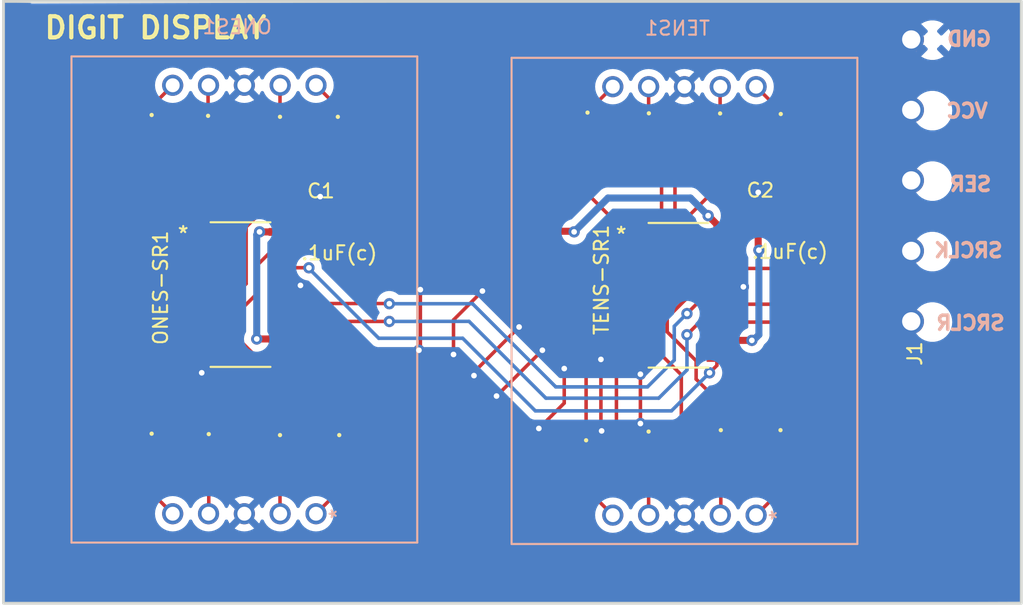
<source format=kicad_pcb>
(kicad_pcb (version 20221018) (generator pcbnew)
  (layers (0 "F.Cu" signal) (31 "B.Cu" signal) (34 "B.Paste" user) (35 "F.Paste" user) (36 "B.SilkS" user "B.Silkscreen") (37 "F.SilkS" user "F.Silkscreen") (38 "B.Mask" user) (39 "F.Mask" user) (44 "Edge.Cuts" user))
  (net 0 "")
  (net 1 "/O6")
  (net 2 "/O4")
  (net 3 "/O2")
  (net 4 "/O1")
  (net 5 "/O9")
  (net 6 "/O10")
  (net 7 "/O5")
  (net 8 "/O7")
  (net 9 "/T1")
  (net 10 "Net-(ONES1-Pad1)")
  (net 11 "Net-(ONES1-Pad2)")
  (net 12 "Net-(ONES1-Pad4)")
  (net 13 "Net-(ONES1-Pad5)")
  (net 14 "Net-(ONES1-Pad6)")
  (net 15 "Net-(ONES1-Pad7)")
  (net 16 "Net-(ONES1-Pad9)")
  (net 17 "Net-(ONES1-Pad10)")
  (net 19 "/T2")
  (net 20 "/T4")
  (net 21 "/T5")
  (net 22 "/T10")
  (net 23 "/T9")
  (net 24 "/T7")
  (net 25 "/T6")
  (net 26 "/VCC")
  (net 27 "/SRCLK")
  (net 28 "/RCLK")
  (net 29 "/SER")
  (net 30 "/QH")
  (net 31 "Net-(R9-Pad2)")
  (net 32 "Net-(R10-Pad2)")
  (net 33 "Net-(R11-Pad2)")
  (net 34 "Net-(R12-Pad2)")
  (net 35 "Net-(R13-Pad1)")
  (net 36 "Net-(R14-Pad1)")
  (net 37 "Net-(R15-Pad1)")
  (net 38 "Net-(R16-Pad1)")
  (net 39 "/GND")
  (footprint "pPSI:100ohm resistor" (layer "F.Cu") (at 39.25 22.4 -90)
    (fp_text reference "R6" hide)
    (fp_text value "100ohm-Resistor" hide)
    (fp_circle (center -1.8613 0) (end -1.7851 0) (stroke (width 0.1524)) (fill none) (layer "F.SilkS"))
    (pad "1" smd rect (at -0.6195 0 270) (size 0.8072 2.1082) (layers "F.Cu" "F.Paste" "F.Mask") (net 16 "Net-(ONES1-Pad9)"))
    (pad "2" smd rect (at 0.6195 0 270) (size 0.8072 2.1082) (layers "F.Cu" "F.Paste" "F.Mask") (net 5 "/O9"))
  )
  (footprint "pPSI:100ohm resistor" (layer "F.Cu") (at 70.5 44.6305 -90)
    (fp_text reference "R10" hide)
    (fp_text value "100ohm-Resistor" hide)
    (fp_circle (center -1.8613 0) (end -1.7851 0) (stroke (width 0.1524)) (fill none) (layer "F.SilkS"))
    (pad "1" smd rect (at -0.6195 0 270) (size 0.8072 2.1082) (layers "F.Cu" "F.Paste" "F.Mask") (net 21 "/T5"))
    (pad "2" smd rect (at 0.6195 0 270) (size 0.8072 2.1082) (layers "F.Cu" "F.Paste" "F.Mask") (net 32 "Net-(R10-Pad2)"))
  )
  (footprint "pPSI:100ohm resistor" (layer "F.Cu") (at 34.15 22.3302 -90)
    (fp_text reference "R7" hide)
    (fp_text value "100ohm-Resistor" hide)
    (fp_circle (center -1.8613 0) (end -1.7851 0) (stroke (width 0.1524)) (fill none) (layer "F.SilkS"))
    (pad "1" smd rect (at -0.6195 0 270) (size 0.8072 2.1082) (layers "F.Cu" "F.Paste" "F.Mask") (net 15 "Net-(ONES1-Pad7)"))
    (pad "2" smd rect (at 0.6195 0 270) (size 0.8072 2.1082) (layers "F.Cu" "F.Paste" "F.Mask") (net 4 "/O1"))
  )
  (footprint "pPSI:100ohm resistor" (layer "F.Cu") (at 34.2 44.9107 -90)
    (fp_text reference "R3" hide)
    (fp_text value "100ohm-Resistor" hide)
    (fp_circle (center -1.8613 0) (end -1.7851 0) (stroke (width 0.1524)) (fill none) (layer "F.SilkS"))
    (pad "1" smd rect (at -0.6195 0 270) (size 0.8072 2.1082) (layers "F.Cu" "F.Paste" "F.Mask") (net 3 "/O2"))
    (pad "2" smd rect (at 0.6195 0 270) (size 0.8072 2.1082) (layers "F.Cu" "F.Paste" "F.Mask") (net 12 "Net-(ONES1-Pad4)"))
  )
  (footprint "pPSI:100ohm resistor" (layer "F.Cu") (at 30.15 22.2695 -90)
    (fp_text reference "R8" hide)
    (fp_text value "100ohm-Resistor" hide)
    (fp_circle (center -1.8613 0) (end -1.7851 0) (stroke (width 0.1524)) (fill none) (layer "F.SilkS"))
    (pad "1" smd rect (at -0.6195 0 270) (size 0.8072 2.1082) (layers "F.Cu" "F.Paste" "F.Mask") (net 14 "Net-(ONES1-Pad6)"))
    (pad "2" smd rect (at 0.6195 0 270) (size 0.8072 2.1082) (layers "F.Cu" "F.Paste" "F.Mask") (net 1 "/O6"))
  )
  (footprint "pPSI:100ohm resistor" (layer "F.Cu") (at 60.95 45.35 -90)
    (fp_text reference "R12" hide)
    (fp_text value "100ohm-Resistor" hide)
    (fp_circle (center -1.8613 0) (end -1.7851 0) (stroke (width 0.1524)) (fill none) (layer "F.SilkS"))
    (pad "1" smd rect (at -0.6195 0 270) (size 0.8072 2.1082) (layers "F.Cu" "F.Paste" "F.Mask") (net 20 "/T4"))
    (pad "2" smd rect (at 0.6195 0 270) (size 0.8072 2.1082) (layers "F.Cu" "F.Paste" "F.Mask") (net 34 "Net-(R12-Pad2)"))
  )
  (footprint "pPSI:5 pin header" (layer "F.Cu") (at 84 35.05 90)
    (fp_text reference "J1" (at -2.286 0.254 90 unlocked) (layer "F.SilkS"))
    (fp_text value "5-pin-header" hide)
    (pad "1" thru_hole circle (at 0 0 90) (size 1.8034 1.8034) (drill 1.2954) (layers "*.Cu" "*.Mask") (net 27 "/SRCLK"))
    (pad "2" thru_hole circle (at 5 0 90) (size 1.8034 1.8034) (drill 1.2954) (layers "*.Cu" "*.Mask") (net 28 "/RCLK"))
    (pad "3" thru_hole circle (at 10 0 90) (size 1.8034 1.8034) (drill 1.2954) (layers "*.Cu" "*.Mask") (net 29 "/SER"))
    (pad "4" thru_hole circle (at 15 0 90) (size 1.8034 1.8034) (drill 1.2954) (layers "*.Cu" "*.Mask") (net 26 "/VCC"))
    (pad "5" thru_hole circle (at 20 0 90) (size 1.8034 1.8034) (drill 1.2954) (layers "*.Cu" "*.Mask") (net 39 "/GND"))
  )
  (footprint "pPSI:100ohm resistor" (layer "F.Cu") (at 61.05 22.1 -90)
    (fp_text reference "R16" hide)
    (fp_text value "100ohm-Resistor" hide)
    (fp_circle (center -1.8613 0) (end -1.7851 0) (stroke (width 0.1524)) (fill none) (layer "F.SilkS"))
    (pad "1" smd rect (at -0.6195 0 270) (size 0.8072 2.1082) (layers "F.Cu" "F.Paste" "F.Mask") (net 38 "Net-(R16-Pad1)"))
    (pad "2" smd rect (at 0.6195 0 270) (size 0.8072 2.1082) (layers "F.Cu" "F.Paste" "F.Mask") (net 25 "/T6"))
  )
  (footprint "pPSI:100ohm resistor" (layer "F.Cu") (at 70.45 22.1607 -90)
    (fp_text reference "R14" hide)
    (fp_text value "100ohm-Resistor" hide)
    (fp_circle (center -1.8613 0) (end -1.7851 0) (stroke (width 0.1524)) (fill none) (layer "F.SilkS"))
    (pad "1" smd rect (at -0.6195 0 270) (size 0.8072 2.1082) (layers "F.Cu" "F.Paste" "F.Mask") (net 36 "Net-(R14-Pad1)"))
    (pad "2" smd rect (at 0.6195 0 270) (size 0.8072 2.1082) (layers "F.Cu" "F.Paste" "F.Mask") (net 23 "/T9"))
  )
  (footprint "pPSI:100ohm resistor" (layer "F.Cu") (at 43.45 44.9805 -90)
    (fp_text reference "R1" hide)
    (fp_text value "100ohm-Resistor" hide)
    (fp_circle (center -1.8613 0) (end -1.7851 0) (stroke (width 0.1524)) (fill none) (layer "F.SilkS"))
    (pad "1" smd rect (at -0.6195 0 270) (size 0.8072 2.1082) (layers "F.Cu" "F.Paste" "F.Mask") (net 8 "/O7"))
    (pad "2" smd rect (at 0.6195 0 270) (size 0.8072 2.1082) (layers "F.Cu" "F.Paste" "F.Mask") (net 10 "Net-(ONES1-Pad1)"))
  )
  (footprint "pPSI:.1uF ceramic capacitor" (layer "F.Cu") (at 73.15 27.8 90)
    (fp_text reference "C2" (at 2.05 0.15 180) (layer "F.SilkS"))
    (fp_text value ".1uF(c)" (at -2.3 2.25 180) (layer "F.SilkS"))
    (pad "1" smd rect (at -0.6068 0 90) (size 0.731 2.0066) (layers "F.Cu" "F.Paste" "F.Mask") (net 26 "/VCC"))
    (pad "2" smd rect (at 0.6068 0 90) (size 0.731 2.0066) (layers "F.Cu" "F.Paste" "F.Mask") (net 39 "/GND"))
  )
  (footprint "pPSI:8 bit shift register" (layer "F.Cu") (at 36.45 33.15)
    (fp_text reference "ONES-SR1" (at -5.6642 -0.4826 90) (layer "F.SilkS"))
    (fp_text value "8bit-Shift-Register" hide)
    (fp_text user "*" (at -4.064 -4.318) (layer "F.SilkS"))
    (fp_line (start -2.1209 5.1308) (end 2.1209 5.1308) (stroke (width 0.1524)) (layer "F.SilkS"))
    (fp_line (start 2.1209 -5.1308) (end -2.1209 -5.1308) (stroke (width 0.1524)) (layer "F.SilkS"))
    (pad "1" smd rect (at -2.721348 -4.445) (size 1.454899 0.558) (layers "F.Cu" "F.Paste" "F.Mask") (net 1 "/O6"))
    (pad "2" smd rect (at -2.721348 -3.175) (size 1.454899 0.558) (layers "F.Cu" "F.Paste" "F.Mask") (net 2 "/O4"))
    (pad "3" smd rect (at -2.721348 -1.905) (size 1.454899 0.558) (layers "F.Cu" "F.Paste" "F.Mask") (net 3 "/O2"))
    (pad "4" smd rect (at -2.721348 -0.635) (size 1.454899 0.558) (layers "F.Cu" "F.Paste" "F.Mask") (net 4 "/O1"))
    (pad "5" smd rect (at -2.721348 0.635) (size 1.454899 0.558) (layers "F.Cu" "F.Paste" "F.Mask") (net 5 "/O9"))
    (pad "6" smd rect (at -2.721348 1.905) (size 1.454899 0.558) (layers "F.Cu" "F.Paste" "F.Mask") (net 6 "/O10"))
    (pad "7" smd rect (at -2.721348 3.175) (size 1.454899 0.558) (layers "F.Cu" "F.Paste" "F.Mask") (net 7 "/O5"))
    (pad "8" smd rect (at -2.721348 4.445) (size 1.454899 0.558) (layers "F.Cu" "F.Paste" "F.Mask") (net 39 "/GND"))
    (pad "9" smd rect (at 2.721348 4.445) (size 1.454899 0.558) (layers "F.Cu" "F.Paste" "F.Mask"))
    (pad "10" smd rect (at 2.721348 3.175) (size 1.454899 0.558) (layers "F.Cu" "F.Paste" "F.Mask") (net 26 "/VCC"))
    (pad "11" smd rect (at 2.721348 1.905) (size 1.454899 0.558) (layers "F.Cu" "F.Paste" "F.Mask") (net 27 "/SRCLK"))
    (pad "12" smd rect (at 2.721348 0.635) (size 1.454899 0.558) (layers "F.Cu" "F.Paste" "F.Mask") (net 28 "/RCLK"))
    (pad "13" smd rect (at 2.721348 -0.635) (size 1.454899 0.558) (layers "F.Cu" "F.Paste" "F.Mask") (net 39 "/GND"))
    (pad "14" smd rect (at 2.721348 -1.905) (size 1.454899 0.558) (layers "F.Cu" "F.Paste" "F.Mask") (net 30 "/QH"))
    (pad "15" smd rect (at 2.721348 -3.175) (size 1.454899 0.558) (layers "F.Cu" "F.Paste" "F.Mask") (net 8 "/O7"))
    (pad "16" smd rect (at 2.721348 -4.445) (size 1.454899 0.558) (layers "F.Cu" "F.Paste" "F.Mask") (net 26 "/VCC"))
  )
  (footprint "pPSI:100ohm resistor" (layer "F.Cu") (at 39.25 44.9805 -90)
    (fp_text reference "R2" hide)
    (fp_text value "100ohm-Resistor" hide)
    (fp_circle (center -1.8613 0) (end -1.7851 0) (stroke (width 0.1524)) (fill none) (layer "F.SilkS"))
    (pad "1" smd rect (at -0.6195 0 270) (size 0.8072 2.1082) (layers "F.Cu" "F.Paste" "F.Mask") (net 7 "/O5"))
    (pad "2" smd rect (at 0.6195 0 270) (size 0.8072 2.1082) (layers "F.Cu" "F.Paste" "F.Mask") (net 11 "Net-(ONES1-Pad2)"))
  )
  (footprint "pPSI:100ohm resistor" (layer "F.Cu") (at 30.15 44.8805 -90)
    (fp_text reference "R4" hide)
    (fp_text value "100ohm-Resistor" hide)
    (fp_circle (center -1.8613 0) (end -1.7851 0) (stroke (width 0.1524)) (fill none) (layer "F.SilkS"))
    (pad "1" smd rect (at -0.6195 0 270) (size 0.8072 2.1082) (layers "F.Cu" "F.Paste" "F.Mask") (net 2 "/O4"))
    (pad "2" smd rect (at 0.6195 0 270) (size 0.8072 2.1082) (layers "F.Cu" "F.Paste" "F.Mask") (net 13 "Net-(ONES1-Pad5)"))
  )
  (footprint "pPSI:100ohm resistor" (layer "F.Cu") (at 74.7314 44.6305 -90)
    (fp_text reference "R9" hide)
    (fp_text value "100ohm-Resistor" hide)
    (fp_circle (center -1.8613 0) (end -1.7851 0) (stroke (width 0.1524)) (fill none) (layer "F.SilkS"))
    (pad "1" smd rect (at -0.6195 0 270) (size 0.8072 2.1082) (layers "F.Cu" "F.Paste" "F.Mask") (net 24 "/T7"))
    (pad "2" smd rect (at 0.6195 0 270) (size 0.8072 2.1082) (layers "F.Cu" "F.Paste" "F.Mask") (net 31 "Net-(R9-Pad2)"))
  )
  (footprint "pPSI:100ohm resistor" (layer "F.Cu") (at 65.4 22.15 -90)
    (fp_text reference "R15" hide)
    (fp_text value "100ohm-Resistor" hide)
    (fp_circle (center -1.8613 0) (end -1.7851 0) (stroke (width 0.1524)) (fill none) (layer "F.SilkS"))
    (pad "1" smd rect (at -0.6195 0 270) (size 0.8072 2.1082) (layers "F.Cu" "F.Paste" "F.Mask") (net 37 "Net-(R15-Pad1)"))
    (pad "2" smd rect (at 0.6195 0 270) (size 0.8072 2.1082) (layers "F.Cu" "F.Paste" "F.Mask") (net 9 "/T1"))
  )
  (footprint "pPSI:.1uF ceramic capacitor" (layer "F.Cu") (at 42.15 28.05 90)
    (fp_text reference "C1" (at 2.25 0 180) (layer "F.SilkS"))
    (fp_text value ".1uF(c)" (at -2.15 1.3 180) (layer "F.SilkS"))
    (pad "1" smd rect (at -0.6068 0 90) (size 0.731 2.0066) (layers "F.Cu" "F.Paste" "F.Mask") (net 26 "/VCC"))
    (pad "2" smd rect (at 0.6068 0 90) (size 0.731 2.0066) (layers "F.Cu" "F.Paste" "F.Mask") (net 39 "/GND"))
  )
  (footprint "pPSI:100ohm resistor" (layer "F.Cu") (at 65.3814 44.7305 -90)
    (fp_text reference "R11" hide)
    (fp_text value "100ohm-Resistor" hide)
    (fp_circle (center -1.8613 0) (end -1.7851 0) (stroke (width 0.1524)) (fill none) (layer "F.SilkS"))
    (pad "1" smd rect (at -0.6195 0 270) (size 0.8072 2.1082) (layers "F.Cu" "F.Paste" "F.Mask") (net 19 "/T2"))
    (pad "2" smd rect (at 0.6195 0 270) (size 0.8072 2.1082) (layers "F.Cu" "F.Paste" "F.Mask") (net 33 "Net-(R11-Pad2)"))
  )
  (footprint "pPSI:100ohm resistor" (layer "F.Cu") (at 43.35 22.4 -90)
    (fp_text reference "R5" hide)
    (fp_text value "100ohm-Resistor" hide)
    (fp_circle (center -1.8613 0) (end -1.7851 0) (stroke (width 0.1524)) (fill none) (layer "F.SilkS"))
    (pad "1" smd rect (at -0.6195 0 270) (size 0.8072 2.1082) (layers "F.Cu" "F.Paste" "F.Mask") (net 17 "Net-(ONES1-Pad10)"))
    (pad "2" smd rect (at 0.6195 0 270) (size 0.8072 2.1082) (layers "F.Cu" "F.Paste" "F.Mask") (net 6 "/O10"))
  )
  (footprint "pPSI:8 bit shift register" (layer "F.Cu") (at 67.5 33.2)
    (fp_text reference "TENS-SR1" (at -5.461 -1.0922 90) (layer "F.SilkS"))
    (fp_text value "8bit-Shift-Register" hide)
    (fp_text user "*" (at -4.064 -4.318) (layer "F.SilkS"))
    (fp_line (start -2.1209 5.1308) (end 2.1209 5.1308) (stroke (width 0.1524)) (layer "F.SilkS"))
    (fp_line (start 2.1209 -5.1308) (end -2.1209 -5.1308) (stroke (width 0.1524)) (layer "F.SilkS"))
    (pad "1" smd rect (at -2.721348 -4.445) (size 1.454899 0.558) (layers "F.Cu" "F.Paste" "F.Mask") (net 25 "/T6"))
    (pad "2" smd rect (at -2.721348 -3.175) (size 1.454899 0.558) (layers "F.Cu" "F.Paste" "F.Mask") (net 20 "/T4"))
    (pad "3" smd rect (at -2.721348 -1.905) (size 1.454899 0.558) (layers "F.Cu" "F.Paste" "F.Mask") (net 19 "/T2"))
    (pad "4" smd rect (at -2.721348 -0.635) (size 1.454899 0.558) (layers "F.Cu" "F.Paste" "F.Mask") (net 9 "/T1"))
    (pad "5" smd rect (at -2.721348 0.635) (size 1.454899 0.558) (layers "F.Cu" "F.Paste" "F.Mask") (net 23 "/T9"))
    (pad "6" smd rect (at -2.721348 1.905) (size 1.454899 0.558) (layers "F.Cu" "F.Paste" "F.Mask") (net 22 "/T10"))
    (pad "7" smd rect (at -2.721348 3.175) (size 1.454899 0.558) (layers "F.Cu" "F.Paste" "F.Mask") (net 21 "/T5"))
    (pad "8" smd rect (at -2.721348 4.445) (size 1.454899 0.558) (layers "F.Cu" "F.Paste" "F.Mask") (net 39 "/GND"))
    (pad "9" smd rect (at 2.721348 4.445) (size 1.454899 0.558) (layers "F.Cu" "F.Paste" "F.Mask") (net 30 "/QH"))
    (pad "10" smd rect (at 2.721348 3.175) (size 1.454899 0.558) (layers "F.Cu" "F.Paste" "F.Mask") (net 26 "/VCC"))
    (pad "11" smd rect (at 2.721348 1.905) (size 1.454899 0.558) (layers "F.Cu" "F.Paste" "F.Mask") (net 27 "/SRCLK"))
    (pad "12" smd rect (at 2.721348 0.635) (size 1.454899 0.558) (layers "F.Cu" "F.Paste" "F.Mask") (net 28 "/RCLK"))
    (pad "13" smd rect (at 2.721348 -0.635) (size 1.454899 0.558) (layers "F.Cu" "F.Paste" "F.Mask") (net 39 "/GND"))
    (pad "14" smd rect (at 2.721348 -1.905) (size 1.454899 0.558) (layers "F.Cu" "F.Paste" "F.Mask") (net 29 "/SER"))
    (pad "15" smd rect (at 2.721348 -3.175) (size 1.454899 0.558) (layers "F.Cu" "F.Paste" "F.Mask") (net 24 "/T7"))
    (pad "16" smd rect (at 2.721348 -4.445) (size 1.454899 0.558) (layers "F.Cu" "F.Paste" "F.Mask") (net 26 "/VCC"))
  )
  (footprint "pPSI:100ohm resistor" (layer "F.Cu") (at 74.75 22.2 -90)
    (fp_text reference "R13" hide)
    (fp_text value "100ohm-Resistor" hide)
    (fp_circle (center -1.8613 0) (end -1.7851 0) (stroke (width 0.1524)) (fill none) (layer "F.SilkS"))
    (pad "1" smd rect (at -0.6195 0 270) (size 0.8072 2.1082) (layers "F.Cu" "F.Paste" "F.Mask") (net 35 "Net-(R13-Pad1)"))
    (pad "2" smd rect (at 0.6195 0 270) (size 0.8072 2.1082) (layers "F.Cu" "F.Paste" "F.Mask") (net 22 "/T10"))
  )
  (footprint "pPSI:7 segment display" (layer "B.Cu") (at 53.4864 29.904 180)
    (fp_text reference "ONES1" (at 17.272 15.748) (layer "B.SilkS") (effects (justify mirror)))
    (fp_text value "7-Segment-Display" hide)
    (fp_text user "*" (at 10.1727 -18.796 90) (layer "B.SilkS") (effects (justify mirror)))
    (fp_line (start 4.5085 -20.842605) (end 29.0195 -20.842605) (stroke (width 0.1524)) (layer "B.SilkS"))
    (fp_line (start 4.5085 13.650595) (end 4.5085 -20.842605) (stroke (width 0.1524)) (layer "B.SilkS"))
    (fp_line (start 29.0195 -20.842605) (end 29.0195 13.650595) (stroke (width 0.1524)) (layer "B.SilkS"))
    (fp_line (start 29.0195 13.650595) (end 4.5085 13.650595) (stroke (width 0.1524)) (layer "B.SilkS"))
    (pad "1" thru_hole circle (at 11.684 -18.796 90) (size 1.4986 1.4986) (drill 0.9906) (layers "*.Cu" "*.Mask") (net 10 "Net-(ONES1-Pad1)"))
    (pad "2" thru_hole circle (at 14.224 -18.796 90) (size 1.4986 1.4986) (drill 0.9906) (layers "*.Cu" "*.Mask") (net 11 "Net-(ONES1-Pad2)"))
    (pad "3" thru_hole circle (at 16.764 -18.796 90) (size 1.4986 1.4986) (drill 0.9906) (layers "*.Cu" "*.Mask") (net 39 "/GND"))
    (pad "4" thru_hole circle (at 19.304 -18.796 90) (size 1.4986 1.4986) (drill 0.9906) (layers "*.Cu" "*.Mask") (net 12 "Net-(ONES1-Pad4)"))
    (pad "5" thru_hole circle (at 21.844 -18.796 90) (size 1.4986 1.4986) (drill 0.9906) (layers "*.Cu" "*.Mask") (net 13 "Net-(ONES1-Pad5)"))
    (pad "6" thru_hole circle (at 21.844 11.60399 90) (size 1.4986 1.4986) (drill 0.9906) (layers "*.Cu" "*.Mask") (net 14 "Net-(ONES1-Pad6)"))
    (pad "7" thru_hole circle (at 19.304 11.60399 90) (size 1.4986 1.4986) (drill 0.9906) (layers "*.Cu" "*.Mask") (net 15 "Net-(ONES1-Pad7)"))
    (pad "8" thru_hole circle (at 16.764 11.60399 90) (size 1.4986 1.4986) (drill 0.9906) (layers "*.Cu" "*.Mask") (net 39 "/GND"))
    (pad "9" thru_hole circle (at 14.224 11.60399 90) (size 1.4986 1.4986) (drill 0.9906) (layers "*.Cu" "*.Mask") (net 16 "Net-(ONES1-Pad9)"))
    (pad "10" thru_hole circle (at 11.684 11.60399 90) (size 1.4986 1.4986) (drill 0.9906) (layers "*.Cu" "*.Mask") (net 17 "Net-(ONES1-Pad10)"))
  )
  (footprint "pPSI:7 segment display" (layer "B.Cu") (at 84.6864 30.004 180)
    (fp_text reference "TENS1" (at 17.272 15.748) (layer "B.SilkS") (effects (justify mirror)))
    (fp_text value "7-Segment-Display" hide)
    (fp_text user "*" (at 10.1727 -18.796 90) (layer "B.SilkS") (effects (justify mirror)))
    (fp_line (start 4.5085 -20.842605) (end 29.0195 -20.842605) (stroke (width 0.1524)) (layer "B.SilkS"))
    (fp_line (start 4.5085 13.650595) (end 4.5085 -20.842605) (stroke (width 0.1524)) (layer "B.SilkS"))
    (fp_line (start 29.0195 -20.842605) (end 29.0195 13.650595) (stroke (width 0.1524)) (layer "B.SilkS"))
    (fp_line (start 29.0195 13.650595) (end 4.5085 13.650595) (stroke (width 0.1524)) (layer "B.SilkS"))
    (pad "1" thru_hole circle (at 11.684 -18.796 90) (size 1.4986 1.4986) (drill 0.9906) (layers "*.Cu" "*.Mask") (net 31 "Net-(R9-Pad2)"))
    (pad "2" thru_hole circle (at 14.224 -18.796 90) (size 1.4986 1.4986) (drill 0.9906) (layers "*.Cu" "*.Mask") (net 32 "Net-(R10-Pad2)"))
    (pad "3" thru_hole circle (at 16.764 -18.796 90) (size 1.4986 1.4986) (drill 0.9906) (layers "*.Cu" "*.Mask") (net 39 "/GND"))
    (pad "4" thru_hole circle (at 19.304 -18.796 90) (size 1.4986 1.4986) (drill 0.9906) (layers "*.Cu" "*.Mask") (net 33 "Net-(R11-Pad2)"))
    (pad "5" thru_hole circle (at 21.844 -18.796 90) (size 1.4986 1.4986) (drill 0.9906) (layers "*.Cu" "*.Mask") (net 34 "Net-(R12-Pad2)"))
    (pad "6" thru_hole circle (at 21.844 11.60399 90) (size 1.4986 1.4986) (drill 0.9906) (layers "*.Cu" "*.Mask") (net 38 "Net-(R16-Pad1)"))
    (pad "7" thru_hole circle (at 19.304 11.60399 90) (size 1.4986 1.4986) (drill 0.9906) (layers "*.Cu" "*.Mask") (net 37 "Net-(R15-Pad1)"))
    (pad "8" thru_hole circle (at 16.764 11.60399 90) (size 1.4986 1.4986) (drill 0.9906) (layers "*.Cu" "*.Mask") (net 39 "/GND"))
    (pad "9" thru_hole circle (at 14.224 11.60399 90) (size 1.4986 1.4986) (drill 0.9906) (layers "*.Cu" "*.Mask") (net 36 "Net-(R14-Pad1)"))
    (pad "10" thru_hole circle (at 11.684 11.60399 90) (size 1.4986 1.4986) (drill 0.9906) (layers "*.Cu" "*.Mask") (net 35 "Net-(R13-Pad1)"))
  )
  (gr_rect (start 19.65 12.35) (end 91.8 55.05) (stroke (width 0.2)) (fill none) (layer "Edge.Cuts"))
  (gr_text "SRCLK" (at 90.6 30.6) (layer "B.SilkS") (effects (font (size 1 1) (thickness 0.25) bold) (justify left bottom mirror)))
  (gr_text "GND" (at 89.8 15.6) (layer "B.SilkS") (effects (font (size 1 1) (thickness 0.25) bold) (justify left bottom mirror)))
  (gr_text "VCC\n" (at 89.55 20.7) (layer "B.SilkS") (effects (font (size 1 1) (thickness 0.25) bold) (justify left bottom mirror)))
  (gr_text "SER" (at 89.8 25.9) (layer "B.SilkS") (effects (font (size 1 1) (thickness 0.25) bold) (justify left bottom mirror)))
  (gr_text "SRCLR" (at 90.75 35.75) (layer "B.SilkS") (effects (font (size 1 1) (thickness 0.25) bold) (justify left bottom mirror)))
  (gr_text "DIGIT DISPLAY" (at 22.4 15.1) (layer "F.SilkS") (effects (font (size 1.5 1.5) (thickness 0.3) bold) (justify left bottom)))
  (segment (start 32.655 28.705) (end 30.15 26.2) (width 0.25) (layer "F.Cu") (net 1))
  (segment (start 33.728652 28.705) (end 32.655 28.705) (width 0.25) (layer "F.Cu") (net 1))
  (segment (start 30.15 26.2) (end 30.15 22.889) (width 0.25) (layer "F.Cu") (net 1))
  (segment (start 30.25 43.1) (end 30.15 43.2) (width 0.25) (layer "F.Cu") (net 2))
  (segment (start 30.25 33.005203) (end 30.25 43.1) (width 0.25) (layer "F.Cu") (net 2))
  (segment (start 33.728652 29.975) (end 33.280203 29.975) (width 0.25) (layer "F.Cu") (net 2))
  (segment (start 30.15 43.2) (end 30.15 44.261) (width 0.25) (layer "F.Cu") (net 2))
  (segment (start 33.280203 29.975) (end 30.25 33.005203) (width 0.25) (layer "F.Cu") (net 2))
  (segment (start 33.280203 31.245) (end 31.95 32.575203) (width 0.25) (layer "F.Cu") (net 3))
  (segment (start 31.95 42.9) (end 32.5 43.45) (width 0.25) (layer "F.Cu") (net 3))
  (segment (start 33.3588 43.45) (end 34.2 44.2912) (width 0.25) (layer "F.Cu") (net 3))
  (segment (start 32.5 43.45) (end 33.3588 43.45) (width 0.25) (layer "F.Cu") (net 3))
  (segment (start 33.728652 31.245) (end 33.280203 31.245) (width 0.25) (layer "F.Cu") (net 3))
  (segment (start 31.95 32.575203) (end 31.95 42.9) (width 0.25) (layer "F.Cu") (net 3))
  (segment (start 34.15 23.4) (end 34.15 22.9497) (width 0.25) (layer "F.Cu") (net 4))
  (segment (start 34.177101 32.515) (end 35.25 31.442101) (width 0.25) (layer "F.Cu") (net 4))
  (segment (start 33.728652 32.515) (end 34.177101 32.515) (width 0.25) (layer "F.Cu") (net 4))
  (segment (start 35.25 24.5) (end 34.15 23.4) (width 0.25) (layer "F.Cu") (net 4))
  (segment (start 35.25 31.442101) (end 35.25 24.5) (width 0.25) (layer "F.Cu") (net 4))
  (segment (start 36.25 31.712101) (end 36.25 25.05) (width 0.25) (layer "F.Cu") (net 5))
  (segment (start 34.177101 33.785) (end 36.25 31.712101) (width 0.25) (layer "F.Cu") (net 5))
  (segment (start 37.5 23.8) (end 38.4695 23.8) (width 0.25) (layer "F.Cu") (net 5))
  (segment (start 38.4695 23.8) (end 39.25 23.0195) (width 0.25) (layer "F.Cu") (net 5))
  (segment (start 36.25 25.05) (end 37.5 23.8) (width 0.25) (layer "F.Cu") (net 5))
  (segment (start 33.728652 33.785) (end 34.177101 33.785) (width 0.25) (layer "F.Cu") (net 5))
  (segment (start 36.85 28.35) (end 37.55 27.65) (width 0.25) (layer "F.Cu") (net 6))
  (segment (start 37.55 27.65) (end 38.15 27.65) (width 0.25) (layer "F.Cu") (net 6))
  (segment (start 38.15 27.65) (end 41.85 23.95) (width 0.25) (layer "F.Cu") (net 6))
  (segment (start 36.85 32.382101) (end 36.85 28.35) (width 0.25) (layer "F.Cu") (net 6))
  (segment (start 41.85 23.95) (end 42.4195 23.95) (width 0.25) (layer "F.Cu") (net 6))
  (segment (start 42.4195 23.95) (end 43.35 23.0195) (width 0.25) (layer "F.Cu") (net 6))
  (segment (start 34.177101 35.055) (end 36.85 32.382101) (width 0.25) (layer "F.Cu") (net 6))
  (segment (start 33.728652 35.055) (end 34.177101 35.055) (width 0.25) (layer "F.Cu") (net 6))
  (segment (start 38.3 43.3) (end 38.3 43.411) (width 0.25) (layer "F.Cu") (net 7))
  (segment (start 33.728652 36.325) (end 34.115101 36.325) (width 0.25) (layer "F.Cu") (net 7))
  (segment (start 34.115101 36.325) (end 36.05 38.259899) (width 0.25) (layer "F.Cu") (net 7))
  (segment (start 38.3 43.411) (end 39.25 44.361) (width 0.25) (layer "F.Cu") (net 7))
  (segment (start 36.05 41.05) (end 38.3 43.3) (width 0.25) (layer "F.Cu") (net 7))
  (segment (start 36.05 38.259899) (end 36.05 41.05) (width 0.25) (layer "F.Cu") (net 7))
  (segment (start 42.589 43.5) (end 43.45 44.361) (width 0.25) (layer "F.Cu") (net 8))
  (segment (start 36.1 36.1) (end 37.5 37.5) (width 0.25) (layer "F.Cu") (net 8))
  (segment (start 37.5 33.2) (end 36.1 34.6) (width 0.25) (layer "F.Cu") (net 8))
  (segment (start 37.5 37.5) (end 37.5 39.1) (width 0.25) (layer "F.Cu") (net 8))
  (segment (start 38.722899 29.975) (end 37.5 31.197899) (width 0.25) (layer "F.Cu") (net 8))
  (segment (start 36.1 34.6) (end 36.1 36.1) (width 0.25) (layer "F.Cu") (net 8))
  (segment (start 41.9 43.5) (end 42.589 43.5) (width 0.25) (layer "F.Cu") (net 8))
  (segment (start 37.5 39.1) (end 41.9 43.5) (width 0.25) (layer "F.Cu") (net 8))
  (segment (start 39.171348 29.975) (end 38.722899 29.975) (width 0.25) (layer "F.Cu") (net 8))
  (segment (start 37.5 31.197899) (end 37.5 33.2) (width 0.25) (layer "F.Cu") (net 8))
  (segment (start 66.3 31.492101) (end 66.3 24.35) (width 0.25) (layer "F.Cu") (net 9))
  (segment (start 65.227101 32.565) (end 66.3 31.492101) (width 0.25) (layer "F.Cu") (net 9))
  (segment (start 65.4 23.45) (end 65.4 22.7695) (width 0.25) (layer "F.Cu") (net 9))
  (segment (start 66.3 24.35) (end 65.4 23.45) (width 0.25) (layer "F.Cu") (net 9))
  (segment (start 64.778652 32.565) (end 65.227101 32.565) (width 0.25) (layer "F.Cu") (net 9))
  (segment (start 43.5 45.55) (end 43.5 47.0024) (width 0.25) (layer "F.Cu") (net 10))
  (segment (start 43.5 47.0024) (end 41.8024 48.7) (width 0.25) (layer "F.Cu") (net 10))
  (segment (start 43.45 45.6) (end 43.5 45.55) (width 0.25) (layer "F.Cu") (net 10))
  (segment (start 39.25 45.6) (end 39.25 48.6876) (width 0.25) (layer "F.Cu") (net 11))
  (segment (start 39.25 48.6876) (end 39.2624 48.7) (width 0.25) (layer "F.Cu") (net 11))
  (segment (start 34.2 45.5302) (end 34.2 48.6824) (width 0.25) (layer "F.Cu") (net 12))
  (segment (start 34.2 48.6824) (end 34.1824 48.7) (width 0.25) (layer "F.Cu") (net 12))
  (segment (start 30.15 47.2076) (end 31.6424 48.7) (width 0.25) (layer "F.Cu") (net 13))
  (segment (start 30.15 45.5) (end 30.15 47.2076) (width 0.25) (layer "F.Cu") (net 13))
  (segment (start 30.15 21.65) (end 30.15 19.79241) (width 0.25) (layer "F.Cu") (net 14))
  (segment (start 30.15 19.79241) (end 31.6424 18.30001) (width 0.25) (layer "F.Cu") (net 14))
  (segment (start 34.15 21.7107) (end 34.15 18.33241) (width 0.25) (layer "F.Cu") (net 15))
  (segment (start 34.15 18.33241) (end 34.1824 18.30001) (width 0.25) (layer "F.Cu") (net 15))
  (segment (start 39.25 21.7805) (end 39.25 18.31241) (width 0.25) (layer "F.Cu") (net 16))
  (segment (start 39.25 18.31241) (end 39.2624 18.30001) (width 0.25) (layer "F.Cu") (net 16))
  (segment (start 43.35 19.84761) (end 41.8024 18.30001) (width 0.25) (layer "F.Cu") (net 17))
  (segment (start 43.35 21.7805) (end 43.35 19.84761) (width 0.25) (layer "F.Cu") (net 17))
  (segment (start 64.330203 31.295) (end 63.1 32.525203) (width 0.25) (layer "F.Cu") (net 19))
  (segment (start 63.9 43.3) (end 64.711 44.111) (width 0.25) (layer "F.Cu") (net 19))
  (segment (start 64.778652 31.295) (end 64.330203 31.295) (width 0.25) (layer "F.Cu") (net 19))
  (segment (start 63.1 32.525203) (end 63.1 42.5) (width 0.25) (layer "F.Cu") (net 19))
  (segment (start 63.1 42.5) (end 63.9 43.3) (width 0.25) (layer "F.Cu") (net 19))
  (segment (start 64.711 44.111) (end 65.3814 44.111) (width 0.25) (layer "F.Cu") (net 19))
  (segment (start 64.778652 30.025) (end 64.330203 30.025) (width 0.25) (layer "F.Cu") (net 20))
  (segment (start 64.330203 30.025) (end 60.95 33.405203) (width 0.25) (layer "F.Cu") (net 20))
  (segment (start 60.95 33.405203) (end 60.95 44.7305) (width 0.25) (layer "F.Cu") (net 20))
  (segment (start 67.7 42.5) (end 69.211 44.011) (width 0.25) (layer "F.Cu") (net 21))
  (segment (start 69.211 44.011) (end 70.5 44.011) (width 0.25) (layer "F.Cu") (net 21))
  (segment (start 65.227101 36.375) (end 67.7 38.847899) (width 0.25) (layer "F.Cu") (net 21))
  (segment (start 67.7 38.847899) (end 67.7 42.5) (width 0.25) (layer "F.Cu") (net 21))
  (segment (start 64.778652 36.375) (end 65.227101 36.375) (width 0.25) (layer "F.Cu") (net 21))
  (segment (start 65.227101 35.105) (end 67.9 32.432101) (width 0.25) (layer "F.Cu") (net 22))
  (segment (start 67.9 27.9) (end 70.35 25.45) (width 0.25) (layer "F.Cu") (net 22))
  (segment (start 70.35 25.45) (end 71.55 25.45) (width 0.25) (layer "F.Cu") (net 22))
  (segment (start 73.3 23.7) (end 73.8695 23.7) (width 0.25) (layer "F.Cu") (net 22))
  (segment (start 71.55 25.45) (end 73.3 23.7) (width 0.25) (layer "F.Cu") (net 22))
  (segment (start 67.9 32.432101) (end 67.9 27.9) (width 0.25) (layer "F.Cu") (net 22))
  (segment (start 73.8695 23.7) (end 74.75 22.8195) (width 0.25) (layer "F.Cu") (net 22))
  (segment (start 64.778652 35.105) (end 65.227101 35.105) (width 0.25) (layer "F.Cu") (net 22))
  (segment (start 65.227101 33.835) (end 67.25 31.812101) (width 0.25) (layer "F.Cu") (net 23))
  (segment (start 67.25 25.45) (end 69.9198 22.7802) (width 0.25) (layer "F.Cu") (net 23))
  (segment (start 64.778652 33.835) (end 65.227101 33.835) (width 0.25) (layer "F.Cu") (net 23))
  (segment (start 69.9198 22.7802) (end 70.45 22.7802) (width 0.25) (layer "F.Cu") (net 23))
  (segment (start 67.25 31.812101) (end 67.25 25.45) (width 0.25) (layer "F.Cu") (net 23))
  (segment (start 68.75 39.15) (end 72.95 43.35) (width 0.25) (layer "F.Cu") (net 24))
  (segment (start 66.7 34.8) (end 66.7 35.8) (width 0.25) (layer "F.Cu") (net 24))
  (segment (start 68.75 37.85) (end 68.75 39.15) (width 0.25) (layer "F.Cu") (net 24))
  (segment (start 68.75 31.047899) (end 68.75 32.75) (width 0.25) (layer "F.Cu") (net 24))
  (segment (start 66.7 35.8) (end 68.75 37.85) (width 0.25) (layer "F.Cu") (net 24))
  (segment (start 68.75 32.75) (end 66.7 34.8) (width 0.25) (layer "F.Cu") (net 24))
  (segment (start 70.221348 30.025) (end 69.772899 30.025) (width 0.25) (layer "F.Cu") (net 24))
  (segment (start 69.772899 30.025) (end 68.75 31.047899) (width 0.25) (layer "F.Cu") (net 24))
  (segment (start 74.0704 43.35) (end 74.7314 44.011) (width 0.25) (layer "F.Cu") (net 24))
  (segment (start 72.95 43.35) (end 74.0704 43.35) (width 0.25) (layer "F.Cu") (net 24))
  (segment (start 63.805 28.755) (end 61.05 26) (width 0.25) (layer "F.Cu") (net 25))
  (segment (start 61.05 26) (end 61.05 22.7195) (width 0.25) (layer "F.Cu") (net 25))
  (segment (start 64.778652 28.755) (end 63.805 28.755) (width 0.25) (layer "F.Cu") (net 25))
  (segment (start 73.15 28.4068) (end 70.569548 28.4068) (width 0.5) (layer "F.Cu") (net 26))
  (segment (start 74.6533 28.4068) (end 82.9601 20.1) (width 0.5) (layer "F.Cu") (net 26))
  (segment (start 42.15 28.6568) (end 39.219548 28.6568) (width 0.5) (layer "F.Cu") (net 26))
  (segment (start 39.146348 36.3) (end 39.171348 36.325) (width 0.5) (layer "F.Cu") (net 26))
  (segment (start 60.1 28.7) (end 60.0568 28.6568) (width 0.5) (layer "F.Cu") (net 26))
  (segment (start 60.0568 28.6568) (end 42.15 28.6568) (width 0.5) (layer "F.Cu") (net 26))
  (segment (start 39.171348 28.705) (end 37.805 28.705) (width 0.5) (layer "F.Cu") (net 26))
  (segment (start 70.569548 28.4068) (end 70.221348 28.755) (width 0.5) (layer "F.Cu") (net 26))
  (segment (start 70.221348 28.171348) (end 69.6 27.55) (width 0.5) (layer "F.Cu") (net 26))
  (segment (start 70.221348 28.755) (end 70.221348 28.171348) (width 0.5) (layer "F.Cu") (net 26))
  (segment (start 39.219548 28.6568) (end 39.171348 28.705) (width 0.5) (layer "F.Cu") (net 26))
  (segment (start 73.15 28.4068) (end 74.6533 28.4068) (width 0.5) (layer "F.Cu") (net 26))
  (segment (start 72.7 36.4) (end 70.246348 36.4) (width 0.5) (layer "F.Cu") (net 26))
  (segment (start 73.15 28.4068) (end 73.15 29.95) (width 0.5) (layer "F.Cu") (net 26))
  (segment (start 73.15 29.95) (end 73.2 30) (width 0.5) (layer "F.Cu") (net 26))
  (segment (start 37.6 36.3) (end 39.146348 36.3) (width 0.5) (layer "F.Cu") (net 26))
  (segment (start 70.246348 36.4) (end 70.221348 36.375) (width 0.5) (layer "F.Cu") (net 26))
  (segment (start 37.805 28.705) (end 37.8 28.7) (width 0.5) (layer "F.Cu") (net 26))
  (via (at 69.6 27.55) (size 0.8) (drill 0.4) (layers "F.Cu" "B.Cu") (net 26))
  (via (at 73.2 30) (size 0.8) (drill 0.4) (layers "F.Cu" "B.Cu") (net 26))
  (via (at 37.6 36.3) (size 0.8) (drill 0.4) (layers "F.Cu" "B.Cu") (net 26))
  (via (at 72.7 36.4) (size 0.8) (drill 0.4) (layers "F.Cu" "B.Cu") (net 26))
  (via (at 60.1 28.7) (size 0.8) (drill 0.4) (layers "F.Cu" "B.Cu") (net 26))
  (via (at 37.8 28.7) (size 0.8) (drill 0.4) (layers "F.Cu" "B.Cu") (net 26))
  (segment (start 73.2 30) (end 73.2 36) (width 0.5) (layer "B.Cu") (net 26))
  (segment (start 69.6 27.55) (end 68.35 26.3) (width 0.5) (layer "B.Cu") (net 26))
  (segment (start 72.8 36.4) (end 72.7 36.4) (width 0.5) (layer "B.Cu") (net 26))
  (segment (start 62.5 26.3) (end 60.1 28.7) (width 0.5) (layer "B.Cu") (net 26))
  (segment (start 37.6 28.9) (end 37.6 36.3) (width 0.5) (layer "B.Cu") (net 26))
  (segment (start 68.35 26.3) (end 62.5 26.3) (width 0.5) (layer "B.Cu") (net 26))
  (segment (start 73.2 36) (end 72.8 36.4) (width 0.5) (layer "B.Cu") (net 26))
  (segment (start 37.8 28.7) (end 37.6 28.9) (width 0.5) (layer "B.Cu") (net 26))
  (segment (start 70.221348 35.105) (end 68.995 35.105) (width 0.25) (layer "F.Cu") (net 27))
  (segment (start 68.995 35.105) (end 68.1 36) (width 0.25) (layer "F.Cu") (net 27))
  (segment (start 70.221348 35.105) (end 83.945 35.105) (width 0.25) (layer "F.Cu") (net 27))
  (segment (start 39.171348 35.055) (end 47 35.055) (width 0.25) (layer "F.Cu") (net 27))
  (segment (start 83.945 35.105) (end 84 35.05) (width 0.25) (layer "F.Cu") (net 27))
  (via micro (at 47 35.055) (size 0.8) (drill 0.4) (layers "F.Cu" "B.Cu") (net 27))
  (via (at 68.1 36) (size 0.8) (drill 0.4) (layers "F.Cu" "B.Cu") (net 27))
  (segment (start 48.845 35.055) (end 48.85 35.05) (width 0.25) (layer "B.Cu") (net 27))
  (segment (start 68.1 38.5) (end 68.1 36) (width 0.25) (layer "B.Cu") (net 27))
  (segment (start 47 35.055) (end 48.845 35.055) (width 0.25) (layer "B.Cu") (net 27))
  (segment (start 58.1 40.5) (end 66.1 40.5) (width 0.25) (layer "B.Cu") (net 27))
  (segment (start 52.65 35.05) (end 58.1 40.5) (width 0.25) (layer "B.Cu") (net 27))
  (segment (start 66.1 40.5) (end 68.1 38.5) (width 0.25) (layer "B.Cu") (net 27))
  (segment (start 48.85 35.05) (end 52.65 35.05) (width 0.25) (layer "B.Cu") (net 27))
  (segment (start 70.186348 33.8) (end 70.221348 33.835) (width 0.25) (layer "F.Cu") (net 28))
  (segment (start 46.985 33.785) (end 47 33.8) (width 0.25) (layer "F.Cu") (net 28))
  (segment (start 68.785 33.8) (end 70.186348 33.8) (width 0.25) (layer "F.Cu") (net 28))
  (segment (start 80.215 33.835) (end 84 30.05) (width 0.25) (layer "F.Cu") (net 28))
  (segment (start 70.221348 33.835) (end 80.215 33.835) (width 0.25) (layer "F.Cu") (net 28))
  (segment (start 39.171348 33.785) (end 46.985 33.785) (width 0.25) (layer "F.Cu") (net 28))
  (segment (start 68.8 33.8) (end 68.1 34.5) (width 0.25) (layer "F.Cu") (net 28))
  (via (at 68.1 34.5) (size 0.8) (drill 0.4) (layers "F.Cu" "B.Cu") (net 28))
  (via micro (at 47 33.8) (size 0.8) (drill 0.4) (layers "F.Cu" "B.Cu") (net 28))
  (segment (start 67.2 35.4) (end 68.1 34.5) (width 0.25) (layer "B.Cu") (net 28))
  (segment (start 65.3 39.7) (end 67.2 37.8) (width 0.25) (layer "B.Cu") (net 28))
  (segment (start 67.2 37.8) (end 67.2 35.4) (width 0.25) (layer "B.Cu") (net 28))
  (segment (start 58.8 39.7) (end 65.3 39.7) (width 0.25) (layer "B.Cu") (net 28))
  (segment (start 47 33.8) (end 52.9 33.8) (width 0.25) (layer "B.Cu") (net 28))
  (segment (start 52.9 33.8) (end 58.8 39.7) (width 0.25) (layer "B.Cu") (net 28))
  (segment (start 77.755 31.295) (end 84 25.05) (width 0.25) (layer "F.Cu") (net 29))
  (segment (start 70.221348 31.295) (end 77.755 31.295) (width 0.25) (layer "F.Cu") (net 29))
  (segment (start 70.221348 37.671348) (end 70.25 37.7) (width 0.25) (layer "F.Cu") (net 30))
  (segment (start 70.221348 37.645) (end 70.221348 37.671348) (width 0.25) (layer "F.Cu") (net 30))
  (segment (start 41.295 31.245) (end 41.3 31.25) (width 0.25) (layer "F.Cu") (net 30))
  (segment (start 39.171348 31.245) (end 41.295 31.245) (width 0.25) (layer "F.Cu") (net 30))
  (segment (start 70.221348 37.645) (end 70.221348 38.178652) (width 0.25) (layer "F.Cu") (net 30))
  (segment (start 70.221348 38.178652) (end 69.7 38.7) (width 0.25) (layer "F.Cu") (net 30))
  (via (at 69.7 38.7) (size 0.8) (drill 0.4) (layers "F.Cu" "B.Cu") (net 30))
  (via (at 41.3 31.25) (size 0.8) (drill 0.4) (layers "F.Cu" "B.Cu") (net 30))
  (segment (start 46.25 36.25) (end 52.2 36.25) (width 0.25) (layer "B.Cu") (net 30))
  (segment (start 41.3 31.3) (end 46.25 36.25) (width 0.25) (layer "B.Cu") (net 30))
  (segment (start 67 41.4) (end 69.7 38.7) (width 0.25) (layer "B.Cu") (net 30))
  (segment (start 57.35 41.4) (end 67 41.4) (width 0.25) (layer "B.Cu") (net 30))
  (segment (start 52.2 36.25) (end 57.35 41.4) (width 0.25) (layer "B.Cu") (net 30))
  (segment (start 74.7314 47.071) (end 73.0024 48.8) (width 0.25) (layer "F.Cu") (net 31))
  (segment (start 74.7314 45.25) (end 74.7314 47.071) (width 0.25) (layer "F.Cu") (net 31))
  (segment (start 70.5 45.25) (end 70.5 48.7624) (width 0.25) (layer "F.Cu") (net 32))
  (segment (start 70.5 48.7624) (end 70.4624 48.8) (width 0.25) (layer "F.Cu") (net 32))
  (segment (start 65.3824 45.351) (end 65.3814 45.35) (width 0.25) (layer "F.Cu") (net 33))
  (segment (start 65.3824 48.8) (end 65.3824 45.351) (width 0.25) (layer "F.Cu") (net 33))
  (segment (start 60.95 45.9695) (end 60.95 46.9076) (width 0.25) (layer "F.Cu") (net 34))
  (segment (start 60.95 46.9076) (end 62.8424 48.8) (width 0.25) (layer "F.Cu") (net 34))
  (segment (start 74.75 20.14761) (end 73.0024 18.40001) (width 0.25) (layer "F.Cu") (net 35))
  (segment (start 74.75 21.5805) (end 74.75 20.14761) (width 0.25) (layer "F.Cu") (net 35))
  (segment (start 70.45 18.41241) (end 70.4624 18.40001) (width 0.25) (layer "F.Cu") (net 36))
  (segment (start 70.45 21.5412) (end 70.45 18.41241) (width 0.25) (layer "F.Cu") (net 36))
  (segment (start 65.4 21.5305) (end 65.4 21.25) (width 0.25) (layer "F.Cu") (net 37))
  (segment (start 65.3824 21.2324) (end 65.3824 18.40001) (width 0.25) (layer "F.Cu") (net 37))
  (segment (start 65.4 21.25) (end 65.3824 21.2324) (width 0.25) (layer "F.Cu") (net 37))
  (segment (start 61.05 21.4805) (end 61.05 20.19241) (width 0.25) (layer "F.Cu") (net 38))
  (segment (start 61.05 20.19241) (end 62.8424 18.40001) (width 0.25) (layer "F.Cu") (net 38))
  (segment (start 57.85 37.1) (end 54.6 40.35) (width 0.25) (layer "F.Cu") (net 39))
  (segment (start 56.2 35.45) (end 53 38.65) (width 0.25) (layer "F.Cu") (net 39))
  (segment (start 49.2 32.8) (end 49.2 37) (width 0.25) (layer "F.Cu") (net 39))
  (segment (start 62 37.75) (end 62 42.7745) (width 0.25) (layer "F.Cu") (net 39))
  (segment (start 70.221348 32.565) (end 72.065 32.565) (width 0.25) (layer "F.Cu") (net 39))
  (segment (start 51.55 34.95) (end 51.55 37.4) (width 0.25) (layer "F.Cu") (net 39))
  (segment (start 39.171348 32.515) (end 40.685 32.515) (width 0.25) (layer "F.Cu") (net 39))
  (segment (start 64.8 42.3) (end 64.8 38.8) (width 0.25) (layer "F.Cu") (net 39))
  (segment (start 64.778652 37.645) (end 64.778652 38.778652) (width 0.25) (layer "F.Cu") (net 39))
  (segment (start 64.778652 38.778652) (end 64.8 38.8) (width 0.25) (layer "F.Cu") (net 39))
  (segment (start 59.4 38.4) (end 59.4 40.85) (width 0.25) (layer "F.Cu") (net 39))
  (segment (start 40.685 32.515) (end 40.7 32.5) (width 0.25) (layer "F.Cu") (net 39))
  (segment (start 33.728652 37.595) (end 33.728652 38.671348) (width 0.25) (layer "F.Cu") (net 39))
  (segment (start 59.4 40.85) (end 57.6 42.65) (width 0.25) (layer "F.Cu") (net 39))
  (segment (start 52.95 38.9) (end 53 38.9) (width 0.25) (layer "F.Cu") (net 39))
  (segment (start 42.15 26.25) (end 42.1 26.2) (width 0.25) (layer "F.Cu") (net 39))
  (segment (start 49.2 37) (end 49.1 37.1) (width 0.25) (layer "F.Cu") (net 39))
  (segment (start 53 38.65) (end 53 38.9) (width 0.25) (layer "F.Cu") (net 39))
  (segment (start 33.728652 38.671348) (end 33.7 38.7) (width 0.25) (layer "F.Cu") (net 39))
  (segment (start 53.6 32.9) (end 51.55 34.95) (width 0.25) (layer "F.Cu") (net 39))
  (segment (start 73.15 27.1932) (end 73.15 25.9) (width 0.25) (layer "F.Cu") (net 39))
  (segment (start 42.15 27.4432) (end 42.15 26.25) (width 0.25) (layer "F.Cu") (net 39))
  (segment (start 54.6 40.3) (end 54.6 40.35) (width 0.25) (layer "F.Cu") (net 39))
  (segment (start 62 42.7745) (end 62.05 42.8245) (width 0.25) (layer "F.Cu") (net 39))
  (segment (start 72.065 32.565) (end 72.1 32.6) (width 0.25) (layer "F.Cu") (net 39))
  (via micro (at 53 38.9) (size 0.8) (drill 0.4) (layers "F.Cu" "B.Cu") (net 39))
  (via micro (at 59.4 38.4) (size 0.8) (drill 0.4) (layers "F.Cu" "B.Cu") (net 39))
  (via micro (at 54.6 40.35) (size 0.8) (drill 0.4) (layers "F.Cu" "B.Cu") (net 39))
  (via (at 72.1 32.6) (size 0.8) (drill 0.4) (layers "F.Cu" "B.Cu") (net 39))
  (via (at 42.1 26.2) (size 0.8) (drill 0.4) (layers "F.Cu" "B.Cu") (net 39))
  (via micro (at 56.2 35.45) (size 0.8) (drill 0.4) (layers "F.Cu" "B.Cu") (net 39))
  (via (at 73.15 25.9) (size 0.8) (drill 0.4) (layers "F.Cu" "B.Cu") (net 39))
  (via micro (at 64.8 42.3) (size 0.8) (drill 0.4) (layers "F.Cu" "B.Cu") (net 39))
  (via (at 64.8 38.8) (size 0.8) (drill 0.4) (layers "F.Cu" "B.Cu") (net 39))
  (via micro (at 49.2 32.8) (size 0.8) (drill 0.4) (layers "F.Cu" "B.Cu") (net 39))
  (via micro (at 62.05 42.8245) (size 0.8) (drill 0.4) (layers "F.Cu" "B.Cu") (net 39))
  (via micro (at 57.6 42.65) (size 0.8) (drill 0.4) (layers "F.Cu" "B.Cu") (net 39))
  (via micro (at 53.6 32.9) (size 0.8) (drill 0.4) (layers "F.Cu" "B.Cu") (net 39))
  (via micro (at 57.85 37.1) (size 0.8) (drill 0.4) (layers "F.Cu" "B.Cu") (net 39))
  (via (at 40.7 32.5) (size 0.8) (drill 0.4) (layers "F.Cu" "B.Cu") (net 39))
  (via micro (at 51.55 37.4) (size 0.8) (drill 0.4) (layers "F.Cu" "B.Cu") (net 39))
  (via (at 33.7 38.7) (size 0.8) (drill 0.4) (layers "F.Cu" "B.Cu") (net 39))
  (via micro (at 49.1 37.1) (size 0.8) (drill 0.4) (layers "F.Cu" "B.Cu") (net 39))
  (via micro (at 62 37.75) (size 0.8) (drill 0.4) (layers "F.Cu" "B.Cu") (net 39))
  (zone (net 39) (net_name "/GND") (layer "B.Cu") (connect_pads (clearance 0.5)) (min_thickness 0.25) (fill yes (thermal_gap 0.5) (thermal_bridge_width 0.5))
    (polygon (pts (xy 21.5 12.45) (xy 21.65 12.5) (xy 91.9 12.3) (xy 92 54.95) (xy 19.4 55.2) (xy 19.4 12.4)))
  )
)
</source>
